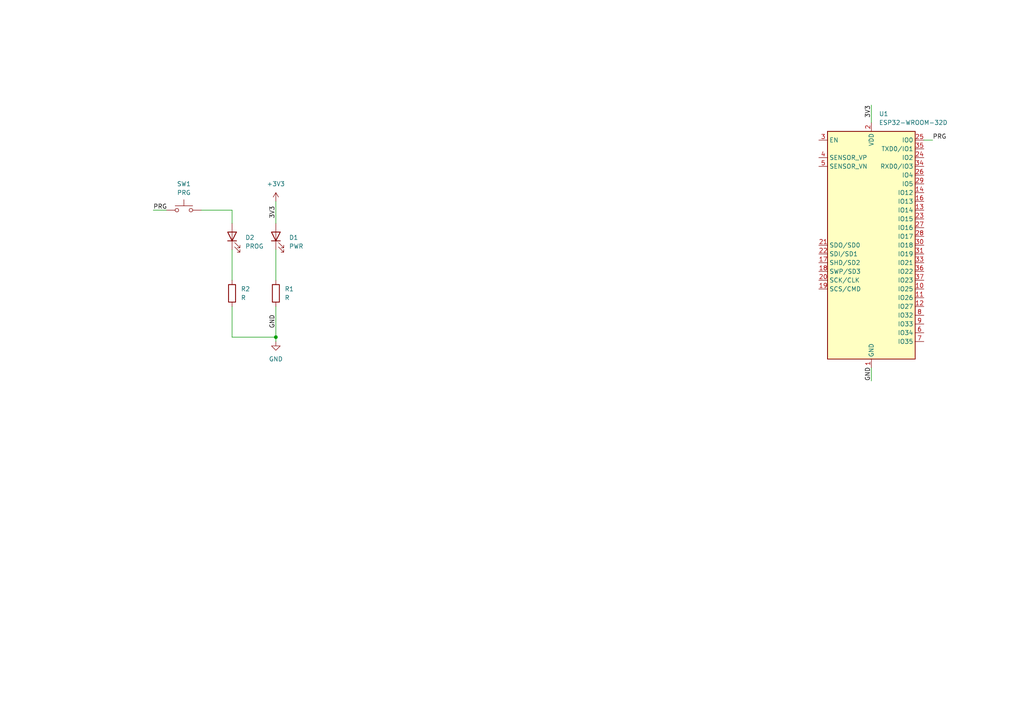
<source format=kicad_sch>
(kicad_sch (version 20231120) (generator "eeschema") (generator_version "8.0")
  (paper "A4")
  (lib_symbols
    (symbol "Device:LED" (pin_numbers hide) (pin_names (offset 1.016) hide)
      (property "Reference" "D" (at 0 2.54 0))
      (property "Value" "LED" (at 0 -2.54 0))
      (symbol "LED_0_1"
        (polyline (pts (xy -1.27 -1.27) (xy -1.27 1.27)) (stroke (width 0.254)))
        (polyline (pts (xy -1.27 0) (xy 1.27 0)))
        (polyline (pts (xy 1.27 -1.27) (xy 1.27 1.27) (xy -1.27 0) (xy 1.27 -1.27)) (stroke (width 0.254)))
        (polyline (pts (xy -3.048 -0.762) (xy -4.572 -2.286) (xy -3.81 -2.286) (xy -4.572 -2.286) (xy -4.572 -1.524)))
        (polyline (pts (xy -1.778 -0.762) (xy -3.302 -2.286) (xy -2.54 -2.286) (xy -3.302 -2.286) (xy -3.302 -1.524)))
      )
      (symbol "LED_1_1"
        (pin passive line (at -3.81 0 0) (length 2.54) (name "K") (number "1"))
        (pin passive line (at 3.81 0 180) (length 2.54) (name "A") (number "2"))
      )
    )
    (symbol "Device:R" (pin_numbers hide) (pin_names (offset 0))
      (property "Reference" "R" (at 2.032 0 90))
      (property "Value" "R" (at 0 0 90))
      (symbol "R_0_1"
        (rectangle (start -1.016 -2.54) (end 1.016 2.54) (stroke (width 0.254)))
      )
      (symbol "R_1_1"
        (pin passive line (at 0 3.81 270) (length 1.27) (name "~") (number "1"))
        (pin passive line (at 0 -3.81 90) (length 1.27) (name "~") (number "2"))
      )
    )
    (symbol "Mechanical:MountingHole_Pad_MP" (pin_numbers hide) (pin_names (offset 1.016) hide)
      (property "Reference" "H" (at 0 6.35 0))
      (property "Value" "MountingHole_Pad_MP" (at 0 4.445 0))
      (symbol "MountingHole_Pad_MP_0_1"
        (circle (center 0 1.27) (radius 1.27) (stroke (width 1.27)))
      )
      (symbol "MountingHole_Pad_MP_1_1"
        (pin input line (at 0 -2.54 90) (length 2.54) (name "MP") (number "MP"))
      )
    )
    (symbol "RF_Module:ESP32-WROOM-32D"
      (property "Reference" "U" (at -12.7 34.29 0))
      (property "Value" "ESP32-WROOM-32D" (at 1.27 34.29 0))
      (symbol "ESP32-WROOM-32D_0_1"
        (rectangle (start -12.7 33.02) (end 12.7 -33.02) (stroke (width 0.254)) (fill (type background)))
      )
      (symbol "ESP32-WROOM-32D_1_1"
        (pin power_in line (at 0 -35.56 90) (length 2.54) (name "GND") (number "1"))
        (pin bidirectional line (at 15.24 -12.7 180) (length 2.54) (name "IO25") (number "10"))
        (pin bidirectional line (at 15.24 -15.24 180) (length 2.54) (name "IO26") (number "11"))
        (pin bidirectional line (at 15.24 -17.78 180) (length 2.54) (name "IO27") (number "12"))
        (pin bidirectional line (at 15.24 10.16 180) (length 2.54) (name "IO14") (number "13"))
        (pin bidirectional line (at 15.24 15.24 180) (length 2.54) (name "IO12") (number "14"))
        (pin passive line (at 0 -35.56 90) (length 2.54) hide (name "GND") (number "15"))
        (pin bidirectional line (at 15.24 12.7 180) (length 2.54) (name "IO13") (number "16"))
        (pin bidirectional line (at -15.24 -5.08 0) (length 2.54) (name "SHD/SD2") (number "17"))
        (pin bidirectional line (at -15.24 -7.62 0) (length 2.54) (name "SWP/SD3") (number "18"))
        (pin bidirectional line (at -15.24 -12.7 0) (length 2.54) (name "SCS/CMD") (number "19"))
        (pin power_in line (at 0 35.56 270) (length 2.54) (name "VDD") (number "2"))
        (pin bidirectional line (at -15.24 -10.16 0) (length 2.54) (name "SCK/CLK") (number "20"))
        (pin bidirectional line (at -15.24 0 0) (length 2.54) (name "SDO/SD0") (number "21"))
        (pin bidirectional line (at -15.24 -2.54 0) (length 2.54) (name "SDI/SD1") (number "22"))
        (pin bidirectional line (at 15.24 7.62 180) (length 2.54) (name "IO15") (number "23"))
        (pin bidirectional line (at 15.24 25.4 180) (length 2.54) (name "IO2") (number "24"))
        (pin bidirectional line (at 15.24 30.48 180) (length 2.54) (name "IO0") (number "25"))
        (pin bidirectional line (at 15.24 20.32 180) (length 2.54) (name "IO4") (number "26"))
        (pin bidirectional line (at 15.24 5.08 180) (length 2.54) (name "IO16") (number "27"))
        (pin bidirectional line (at 15.24 2.54 180) (length 2.54) (name "IO17") (number "28"))
        (pin bidirectional line (at 15.24 17.78 180) (length 2.54) (name "IO5") (number "29"))
        (pin input line (at -15.24 30.48 0) (length 2.54) (name "EN") (number "3"))
        (pin bidirectional line (at 15.24 0 180) (length 2.54) (name "IO18") (number "30"))
        (pin bidirectional line (at 15.24 -2.54 180) (length 2.54) (name "IO19") (number "31"))
        (pin no_connect line (at -12.7 -27.94 0) (length 2.54) hide (name "NC") (number "32"))
        (pin bidirectional line (at 15.24 -5.08 180) (length 2.54) (name "IO21") (number "33"))
        (pin bidirectional line (at 15.24 22.86 180) (length 2.54) (name "RXD0/IO3") (number "34"))
        (pin bidirectional line (at 15.24 27.94 180) (length 2.54) (name "TXD0/IO1") (number "35"))
        (pin bidirectional line (at 15.24 -7.62 180) (length 2.54) (name "IO22") (number "36"))
        (pin bidirectional line (at 15.24 -10.16 180) (length 2.54) (name "IO23") (number "37"))
        (pin passive line (at 0 -35.56 90) (length 2.54) hide (name "GND") (number "38"))
        (pin passive line (at 0 -35.56 90) (length 2.54) hide (name "GND") (number "39"))
        (pin input line (at -15.24 25.4 0) (length 2.54) (name "SENSOR_VP") (number "4"))
        (pin input line (at -15.24 22.86 0) (length 2.54) (name "SENSOR_VN") (number "5"))
        (pin input line (at 15.24 -25.4 180) (length 2.54) (name "IO34") (number "6"))
        (pin input line (at 15.24 -27.94 180) (length 2.54) (name "IO35") (number "7"))
        (pin bidirectional line (at 15.24 -20.32 180) (length 2.54) (name "IO32") (number "8"))
        (pin bidirectional line (at 15.24 -22.86 180) (length 2.54) (name "IO33") (number "9"))
      )
    )
    (symbol "Switch:SW_Push" (pin_numbers hide) (pin_names (offset 1.016) hide)
      (property "Reference" "SW" (at 1.27 2.54 0))
      (property "Value" "SW_Push" (at 0 -1.524 0))
      (symbol "SW_Push_0_1"
        (circle (center -2.032 0) (radius 0.508))
        (polyline (pts (xy 0 1.27) (xy 0 3.048)))
        (polyline (pts (xy 2.54 1.27) (xy -2.54 1.27)))
        (circle (center 2.032 0) (radius 0.508))
        (pin passive line (at -5.08 0 0) (length 2.54) (name "1") (number "1"))
        (pin passive line (at 5.08 0 180) (length 2.54) (name "2") (number "2"))
      )
    )
    (symbol "power:+3V3" (power) (pin_names (offset 0))
      (property "Value" "+3V3" (at 0 3.556 0))
      (symbol "+3V3_0_1"
        (polyline (pts (xy -0.762 1.27) (xy 0 2.54)))
        (polyline (pts (xy 0 0) (xy 0 2.54)))
        (polyline (pts (xy 0 2.54) (xy 0.762 1.27)))
      )
      (symbol "+3V3_1_1"
        (pin power_in line (at 0 0 90) (length 0) hide (name "+3V3") (number "1"))
      )
    )
    (symbol "power:GND" (power) (pin_names (offset 0))
      (property "Value" "GND" (at 0 -3.81 0))
      (symbol "GND_0_1"
        (polyline (pts (xy 0 0) (xy 0 -1.27) (xy 1.27 -1.27) (xy 0 -2.54) (xy -1.27 -1.27) (xy 0 -1.27)))
      )
      (symbol "GND_1_1"
        (pin power_in line (at 0 0 270) (length 0) hide (name "GND") (number "1"))
      )
    )
  )
  (junction (at 80.01 97.79))
  (wire (pts (xy 67.31 88.9) (xy 67.31 97.79)))
  (wire (pts (xy 80.01 88.9) (xy 80.01 97.79)))
  (wire (pts (xy 58.42 60.96) (xy 67.31 60.96)))
  (wire (pts (xy 67.31 97.79) (xy 80.01 97.79)))
  (wire (pts (xy 252.73 106.68) (xy 252.73 110.49)))
  (wire (pts (xy 80.01 58.42) (xy 80.01 64.77)))
  (wire (pts (xy 80.01 72.39) (xy 80.01 81.28)))
  (wire (pts (xy 44.45 60.96) (xy 48.26 60.96)))
  (wire (pts (xy 67.31 60.96) (xy 67.31 64.77)))
  (wire (pts (xy 80.01 97.79) (xy 80.01 99.06)))
  (wire (pts (xy 67.31 72.39) (xy 67.31 81.28)))
  (wire (pts (xy 252.73 30.48) (xy 252.73 35.56)))
  (wire (pts (xy 267.97 40.64) (xy 270.51 40.64)))
  (rectangle (start 21.59 236.22) (end 58.42 273.05) (stroke (width 0) (type dash)))
  (text "M2" (at 21.59 275.59 0) (effects (font (size 1 1)) (justify left bottom)))
  (text "Mounting Holes" (at 21.59 234.95 0) (effects (font (size 1.27 1.27)) (justify left bottom)))
  (label "3V3" (at 80.01 59.69 270))
  (label "GND" (at 252.73 110.49 90))
  (label "3V3" (at 252.73 30.48 270))
  (label "GND" (at 80.01 95.25 90))
  (label "PRG" (at 270.51 40.64 0))
  (label "PRG" (at 44.45 60.96 0))
  (symbol (lib_id "Device:R") (at 80.01 85.09 0) (unit 1)
    (property "Reference" "R1" (at 82.55 83.82 0) (effects (justify left)))
    (property "Value" "R" (at 82.55 86.36 0) (effects (justify left)))
    (property "Footprint" "Alexander Footprints Library:R_2.5mm" (effects (hide yes)))
  )
  (symbol (lib_id "RF_Module:ESP32-WROOM-32D") (at 252.73 71.12 0) (unit 1)
    (property "Reference" "U1" (at 254.9241 33.02 0) (effects (justify left)))
    (property "Value" "ESP32-WROOM-32D" (at 254.9241 35.56 0) (effects (justify left)))
    (property "Footprint" "Alexander Footprints Library:ESP32-WROOM-Adapter-2" (effects (hide yes)))
    (property "Datasheet" "https://www.espressif.com/sites/default/files/documentation/esp32-wroom-32d_esp32-wroom-32u_datasheet_en.pdf" (effects (hide yes)))
  )
  (symbol (lib_id "Mechanical:MountingHole_Pad_MP") (at 29.21 257.81 0) (unit 1)
    (property "Reference" "H3" (at 31.75 255.27 0) (effects (justify left)))
    (property "Value" "MountingHole_Pad_MP" (at 31.75 257.81 0) (effects (justify left)))
    (property "Footprint" "MountingHole:MountingHole_2.2mm_M2" (effects (hide yes)))
  )
  (symbol (lib_id "Device:R") (at 67.31 85.09 0) (unit 1)
    (property "Reference" "R2" (at 69.85 83.82 0) (effects (justify left)))
    (property "Value" "R" (at 69.85 86.36 0) (effects (justify left)))
    (property "Footprint" "Alexander Footprints Library:R_2.5mm" (effects (hide yes)))
  )
  (symbol (lib_id "Device:LED") (at 80.01 68.58 90) (unit 1)
    (property "Reference" "D1" (at 83.82 68.8974 90) (effects (justify right)))
    (property "Value" "PWR" (at 83.82 71.4374 90) (effects (justify right)))
    (property "Footprint" "Alexander Footprints Library:LED_2.5mm" (effects (hide yes)))
  )
  (symbol (lib_id "Device:LED") (at 67.31 68.58 90) (unit 1)
    (property "Reference" "D2" (at 71.12 68.8974 90) (effects (justify right)))
    (property "Value" "PROG" (at 71.12 71.4374 90) (effects (justify right)))
    (property "Footprint" "Alexander Footprints Library:LED_2.5mm" (effects (hide yes)))
  )
  (symbol (lib_id "power:+3V3") (at 80.01 58.42 0) (unit 1)
    (property "Reference" "#PWR02" (effects (hide yes)))
    (property "Value" "+3V3" (at 80.01 53.34 0))
  )
  (symbol (lib_id "Mechanical:MountingHole_Pad_MP") (at 29.21 266.7 0) (unit 1)
    (property "Reference" "H4" (at 31.75 264.16 0) (effects (justify left)))
    (property "Value" "MountingHole_Pad_MP" (at 31.75 266.7 0) (effects (justify left)))
    (property "Footprint" "MountingHole:MountingHole_2.2mm_M2" (effects (hide yes)))
  )
  (symbol (lib_id "Mechanical:MountingHole_Pad_MP") (at 29.21 250.19 0) (unit 1)
    (property "Reference" "H2" (at 31.75 247.65 0) (effects (justify left)))
    (property "Value" "MountingHole_Pad_MP" (at 31.75 250.19 0) (effects (justify left)))
    (property "Footprint" "MountingHole:MountingHole_2.2mm_M2" (effects (hide yes)))
  )
  (symbol (lib_id "power:GND") (at 80.01 99.06 0) (unit 1)
    (property "Reference" "#PWR01" (effects (hide yes)))
    (property "Value" "GND" (at 80.01 104.14 0))
  )
  (symbol (lib_id "Mechanical:MountingHole_Pad_MP") (at 29.21 242.57 0) (unit 1)
    (property "Reference" "H1" (at 31.75 240.03 0) (effects (justify left)))
    (property "Value" "MountingHole_Pad_MP" (at 31.75 242.57 0) (effects (justify left)))
    (property "Footprint" "MountingHole:MountingHole_2.2mm_M2" (effects (hide yes)))
  )
  (symbol (lib_id "Switch:SW_Push") (at 53.34 60.96 0) (unit 1)
    (property "Reference" "SW1" (at 53.34 53.34 0))
    (property "Value" "PRG" (at 53.34 55.88 0))
    (property "Footprint" "Button_Switch_SMD:SW_SPST_EVQPE1" (effects (hide yes)))
  )
  (sheet (at 11.43 226.06) (size 274.32 76.2) (stroke (width 0.1524))
    (property "Sheetname" "Sheet 2" (at 11.43 225.3484 0) (effects (justify left bottom)))
    (property "Sheetfile" "untitled.kicad_sch" (at 11.43 302.8446 0) (effects (justify left top)))
  )
)
</source>
